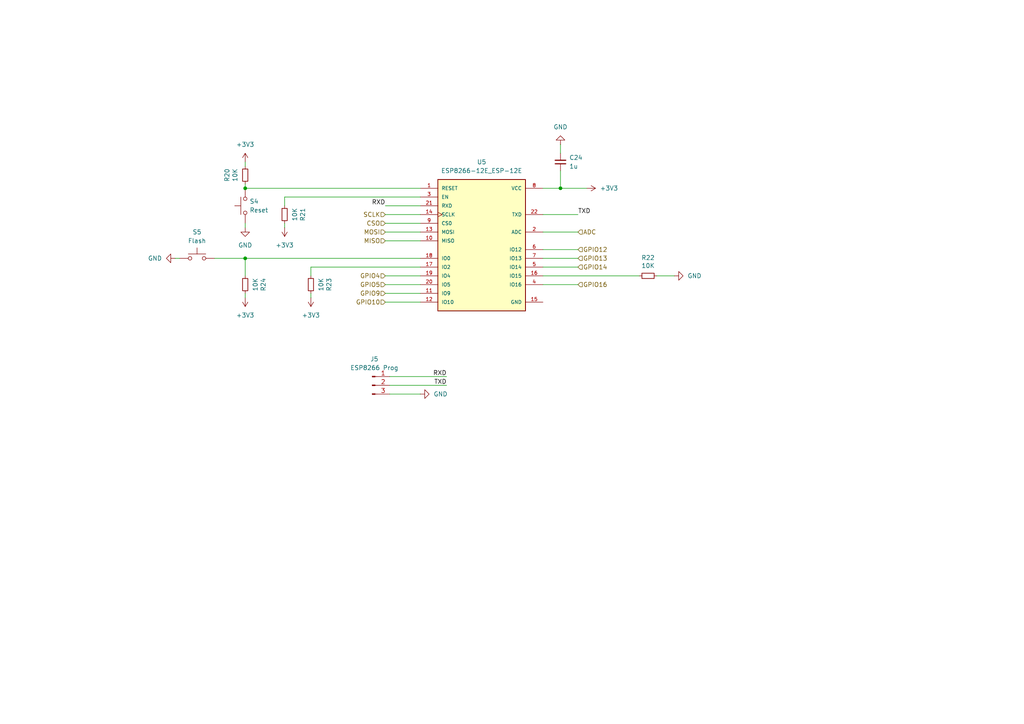
<source format=kicad_sch>
(kicad_sch (version 20250114) (generator "eeschema") (generator_version "9.0")
  (paper "A4")
  (title_block (title "MiniFRANK RM24") (date "2025-03-14") (rev "1.00") (company "Mikhail Matveev") (comment 1 "https://github.com/xtremespb/frank"))
  (lib_symbols
    (symbol "Connector:Conn_01x03_Pin" (pin_names (offset 1.016) (hide yes))
      (property "Reference" "J" (at 0 5.08 0))
      (property "Value" "Conn_01x03_Pin" (at 0 -5.08 0))
      (symbol "Conn_01x03_Pin_1_1"
        (rectangle (start 0.8636 2.667) (end 0 2.413) (stroke (width 0.1524)) (fill (type outline)))
        (rectangle (start 0.8636 0.127) (end 0 -0.127) (stroke (width 0.1524)) (fill (type outline)))
        (rectangle (start 0.8636 -2.413) (end 0 -2.667) (stroke (width 0.1524)) (fill (type outline)))
        (polyline (pts (xy 1.27 2.54) (xy 0.8636 2.54)) (stroke (width 0.1524)))
        (polyline (pts (xy 1.27 0) (xy 0.8636 0)) (stroke (width 0.1524)))
        (polyline (pts (xy 1.27 -2.54) (xy 0.8636 -2.54)) (stroke (width 0.1524)))
        (pin passive line (at 5.08 2.54 180) (length 3.81) (name "Pin_1") (number "1"))
        (pin passive line (at 5.08 0 180) (length 3.81) (name "Pin_2") (number "2"))
        (pin passive line (at 5.08 -2.54 180) (length 3.81) (name "Pin_3") (number "3"))
      )
    )
    (symbol "Device:C_Small" (pin_numbers (hide yes)) (pin_names (offset 0.254) (hide yes))
      (property "Reference" "C" (at 0.254 1.778 0))
      (property "Value" "C_Small" (at 0.254 -2.032 0))
      (symbol "C_Small_0_1"
        (polyline (pts (xy -1.524 0.508) (xy 1.524 0.508)) (stroke (width 0.3048)))
        (polyline (pts (xy -1.524 -0.508) (xy 1.524 -0.508)) (stroke (width 0.3302)))
      )
      (symbol "C_Small_1_1"
        (pin passive line (at 0 2.54 270) (length 2.032) (name "~") (number "1"))
        (pin passive line (at 0 -2.54 90) (length 2.032) (name "~") (number "2"))
      )
    )
    (symbol "Device:R_Small" (pin_numbers (hide yes)) (pin_names (offset 0.254) (hide yes))
      (property "Reference" "R" (at 0.762 0.508 0))
      (property "Value" "R_Small" (at 0.762 -1.016 0))
      (symbol "R_Small_0_1"
        (rectangle (start -0.762 1.778) (end 0.762 -1.778) (stroke (width 0.2032)))
      )
      (symbol "R_Small_1_1"
        (pin passive line (at 0 2.54 270) (length 0.762) (name "~") (number "1"))
        (pin passive line (at 0 -2.54 90) (length 0.762) (name "~") (number "2"))
      )
    )
    (symbol "ESP8266-12E_ESP-12E:ESP8266-12E_ESP-12E" (pin_names (offset 1.016))
      (property "Reference" "U" (at -12.7161 18.3112 0))
      (property "Value" "ESP8266-12E_ESP-12E" (at -12.7084 -23.3835 0))
      (symbol "ESP8266-12E_ESP-12E_0_0"
        (rectangle (start -12.7 -20.32) (end 12.7 17.78) (stroke (width 0.254)) (fill (type background)))
        (pin input line (at -17.78 15.24 0) (length 5.08) (name "RESET") (number "1"))
        (pin input line (at -17.78 12.7 0) (length 5.08) (name "EN") (number "3"))
        (pin input line (at -17.78 10.16 0) (length 5.08) (name "RXD") (number "21"))
        (pin input clock (at -17.78 7.62 0) (length 5.08) (name "SCLK") (number "14"))
        (pin input line (at -17.78 5.08 0) (length 5.08) (name "CS0") (number "9"))
        (pin bidirectional line (at -17.78 2.54 0) (length 5.08) (name "MOSI") (number "13"))
        (pin bidirectional line (at -17.78 0 0) (length 5.08) (name "MISO") (number "10"))
        (pin bidirectional line (at -17.78 -5.08 0) (length 5.08) (name "IO0") (number "18"))
        (pin bidirectional line (at -17.78 -7.62 0) (length 5.08) (name "IO2") (number "17"))
        (pin bidirectional line (at -17.78 -10.16 0) (length 5.08) (name "IO4") (number "19"))
        (pin bidirectional line (at -17.78 -12.7 0) (length 5.08) (name "IO5") (number "20"))
        (pin bidirectional line (at -17.78 -15.24 0) (length 5.08) (name "IO9") (number "11"))
        (pin bidirectional line (at -17.78 -17.78 0) (length 5.08) (name "IO10") (number "12"))
        (pin power_in line (at 17.78 15.24 180) (length 5.08) (name "VCC") (number "8"))
        (pin output line (at 17.78 7.62 180) (length 5.08) (name "TXD") (number "22"))
        (pin passive line (at 17.78 2.54 180) (length 5.08) (name "ADC") (number "2"))
        (pin bidirectional line (at 17.78 -2.54 180) (length 5.08) (name "IO12") (number "6"))
        (pin bidirectional line (at 17.78 -5.08 180) (length 5.08) (name "IO13") (number "7"))
        (pin bidirectional line (at 17.78 -7.62 180) (length 5.08) (name "IO14") (number "5"))
        (pin bidirectional line (at 17.78 -10.16 180) (length 5.08) (name "IO15") (number "16"))
        (pin bidirectional line (at 17.78 -12.7 180) (length 5.08) (name "IO16") (number "4"))
        (pin power_in line (at 17.78 -17.78 180) (length 5.08) (name "GND") (number "15"))
      )
    )
    (symbol "Switch:SW_Push" (pin_numbers (hide yes)) (pin_names (offset 1.016) (hide yes))
      (property "Reference" "SW" (at 1.27 2.54 0))
      (property "Value" "SW_Push" (at 0 -1.524 0))
      (symbol "SW_Push_0_1"
        (circle (center -2.032 0) (radius 0.508))
        (polyline (pts (xy 0 1.27) (xy 0 3.048)))
        (circle (center 2.032 0) (radius 0.508))
        (polyline (pts (xy 2.54 1.27) (xy -2.54 1.27)))
        (pin passive line (at -5.08 0 0) (length 2.54) (name "1") (number "1"))
        (pin passive line (at 5.08 0 180) (length 2.54) (name "2") (number "2"))
      )
    )
    (symbol "power:+3V3" (power) (pin_numbers (hide yes)) (pin_names (offset 0) (hide yes))
      (property "Value" "+3V3" (at 0 3.556 0))
      (symbol "+3V3_0_1"
        (polyline (pts (xy -0.762 1.27) (xy 0 2.54)))
        (polyline (pts (xy 0 2.54) (xy 0.762 1.27)))
        (polyline (pts (xy 0 0) (xy 0 2.54)))
      )
      (symbol "+3V3_1_1"
        (pin power_in line (at 0 0 90) (length 0) (name "~") (number "1"))
      )
    )
    (symbol "power:GND" (power) (pin_numbers (hide yes)) (pin_names (offset 0) (hide yes))
      (property "Value" "GND" (at 0 -3.81 0))
      (symbol "GND_0_1"
        (polyline (pts (xy 0 0) (xy 0 -1.27) (xy 1.27 -1.27) (xy 0 -2.54) (xy -1.27 -1.27) (xy 0 -1.27)))
      )
      (symbol "GND_1_1"
        (pin power_in line (at 0 0 270) (length 0) (name "~") (number "1"))
      )
    )
  )
  (junction (at 162.56 54.61))
  (junction (at 71.12 74.93))
  (junction (at 71.12 54.61))
  (wire (pts (xy 190.5 80.01) (xy 195.58 80.01)))
  (wire (pts (xy 111.76 85.09) (xy 121.92 85.09)))
  (wire (pts (xy 113.03 111.76) (xy 129.54 111.76)))
  (wire (pts (xy 71.12 66.04) (xy 71.12 64.77)))
  (wire (pts (xy 71.12 74.93) (xy 121.92 74.93)))
  (wire (pts (xy 167.64 72.39) (xy 157.48 72.39)))
  (wire (pts (xy 167.64 77.47) (xy 157.48 77.47)))
  (wire (pts (xy 71.12 46.99) (xy 71.12 48.26)))
  (wire (pts (xy 111.76 69.85) (xy 121.92 69.85)))
  (wire (pts (xy 90.17 80.01) (xy 90.17 77.47)))
  (wire (pts (xy 121.92 82.55) (xy 111.76 82.55)))
  (wire (pts (xy 111.76 64.77) (xy 121.92 64.77)))
  (wire (pts (xy 157.48 54.61) (xy 162.56 54.61)))
  (wire (pts (xy 71.12 54.61) (xy 121.92 54.61)))
  (wire (pts (xy 121.92 80.01) (xy 111.76 80.01)))
  (wire (pts (xy 157.48 62.23) (xy 167.64 62.23)))
  (wire (pts (xy 71.12 53.34) (xy 71.12 54.61)))
  (wire (pts (xy 162.56 41.91) (xy 162.56 44.45)))
  (wire (pts (xy 111.76 62.23) (xy 121.92 62.23)))
  (wire (pts (xy 82.55 64.77) (xy 82.55 66.04)))
  (wire (pts (xy 90.17 85.09) (xy 90.17 86.36)))
  (wire (pts (xy 162.56 54.61) (xy 170.18 54.61)))
  (wire (pts (xy 71.12 74.93) (xy 71.12 80.01)))
  (wire (pts (xy 82.55 57.15) (xy 82.55 59.69)))
  (wire (pts (xy 113.03 114.3) (xy 121.92 114.3)))
  (wire (pts (xy 71.12 86.36) (xy 71.12 85.09)))
  (wire (pts (xy 167.64 67.31) (xy 157.48 67.31)))
  (wire (pts (xy 162.56 49.53) (xy 162.56 54.61)))
  (wire (pts (xy 111.76 87.63) (xy 121.92 87.63)))
  (wire (pts (xy 90.17 77.47) (xy 121.92 77.47)))
  (wire (pts (xy 50.8 74.93) (xy 52.07 74.93)))
  (wire (pts (xy 167.64 74.93) (xy 157.48 74.93)))
  (wire (pts (xy 121.92 57.15) (xy 82.55 57.15)))
  (wire (pts (xy 62.23 74.93) (xy 71.12 74.93)))
  (wire (pts (xy 111.76 67.31) (xy 121.92 67.31)))
  (wire (pts (xy 113.03 109.22) (xy 129.54 109.22)))
  (wire (pts (xy 157.48 80.01) (xy 185.42 80.01)))
  (wire (pts (xy 167.64 82.55) (xy 157.48 82.55)))
  (wire (pts (xy 121.92 59.69) (xy 111.76 59.69)))
  (label "RXD" (at 111.76 59.69 180))
  (label "TXD" (at 129.54 111.76 180))
  (label "RXD" (at 129.54 109.22 180))
  (label "TXD" (at 167.64 62.23 0))
  (hierarchical_label "SCLK" (shape input) (at 111.76 62.23 180))
  (hierarchical_label "GPIO10" (shape input) (at 111.76 87.63 180))
  (hierarchical_label "GPIO4" (shape input) (at 111.76 80.01 180))
  (hierarchical_label "ADC" (shape input) (at 167.64 67.31 0))
  (hierarchical_label "MOSI" (shape input) (at 111.76 67.31 180))
  (hierarchical_label "GPIO16" (shape input) (at 167.64 82.55 0))
  (hierarchical_label "GPIO13" (shape input) (at 167.64 74.93 0))
  (hierarchical_label "MISO" (shape input) (at 111.76 69.85 180))
  (hierarchical_label "GPIO9" (shape input) (at 111.76 85.09 180))
  (hierarchical_label "GPIO5" (shape input) (at 111.76 82.55 180))
  (hierarchical_label "GPIO12" (shape input) (at 167.64 72.39 0))
  (hierarchical_label "GPIO14" (shape input) (at 167.64 77.47 0))
  (hierarchical_label "CSO" (shape input) (at 111.76 64.77 180))
  (symbol (lib_id "power:+3V3") (at 82.55 66.04 180) (unit 1)
    (property "Reference" "#PWR047" (effects (hide yes)))
    (property "Value" "+3V3" (at 82.55 71.12 0))
    (property "Description" "Power symbol creates a global label with name \"+3V3\"" (effects (hide yes)))
  )
  (symbol (lib_id "Device:R_Small") (at 71.12 50.8 0) (unit 1)
    (property "Reference" "R20" (at 65.8622 50.8 90))
    (property "Value" "10K" (at 68.1736 50.8 90))
    (property "Footprint" "FRANK:Resistor (0805)" (effects (hide yes)))
    (property "Description" "Resistor, small symbol" (effects (hide yes)))
    (property "AliExpress" "https://www.aliexpress.com/item/1005005945735199.html" (effects (hide yes)))
  )
  (symbol (lib_id "Connector:Conn_01x03_Pin") (at 107.95 111.76 0) (unit 1)
    (property "Reference" "J5" (at 108.585 104.14 0))
    (property "Value" "ESP8266 Prog" (at 108.585 106.68 0))
    (property "Footprint" "FRANK:Pin Header (1x03)" (effects (hide yes)))
    (property "Description" "Generic connector, single row, 01x03, script generated" (effects (hide yes)))
  )
  (symbol (lib_id "Device:R_Small") (at 82.55 62.23 180) (unit 1)
    (property "Reference" "R21" (at 87.8078 62.23 90))
    (property "Value" "10K" (at 85.4964 62.23 90))
    (property "Footprint" "FRANK:Resistor (0805)" (effects (hide yes)))
    (property "Description" "Resistor, small symbol" (effects (hide yes)))
    (property "AliExpress" "https://www.aliexpress.com/item/1005005945735199.html" (effects (hide yes)))
  )
  (symbol (lib_id "power:+3V3") (at 71.12 86.36 180) (unit 1)
    (property "Reference" "#PWR050" (effects (hide yes)))
    (property "Value" "+3V3" (at 71.12 91.44 0))
    (property "Description" "Power symbol creates a global label with name \"+3V3\"" (effects (hide yes)))
  )
  (symbol (lib_id "Device:R_Small") (at 71.12 82.55 180) (unit 1)
    (property "Reference" "R24" (at 76.3778 82.55 90))
    (property "Value" "10K" (at 74.0664 82.55 90))
    (property "Footprint" "FRANK:Resistor (0805)" (effects (hide yes)))
    (property "Description" "Resistor, small symbol" (effects (hide yes)))
    (property "AliExpress" "https://www.aliexpress.com/item/1005005945735199.html" (effects (hide yes)))
  )
  (symbol (lib_id "power:GND") (at 71.12 66.04 0) (unit 1)
    (property "Reference" "#PWR046" (effects (hide yes)))
    (property "Value" "GND" (at 71.12 71.12 0))
    (property "Description" "Power symbol creates a global label with name \"GND\" , ground" (effects (hide yes)))
  )
  (symbol (lib_id "power:GND") (at 162.56 41.91 180) (unit 1)
    (property "Reference" "#PWR044" (effects (hide yes)))
    (property "Value" "GND" (at 162.56 36.83 0))
    (property "Description" "Power symbol creates a global label with name \"GND\" , ground" (effects (hide yes)))
  )
  (symbol (lib_id "Device:C_Small") (at 162.56 46.99 180) (unit 1)
    (property "Reference" "C24" (at 165.1 45.7135 0) (effects (justify right)))
    (property "Value" "1u" (at 165.1 48.2535 0) (effects (justify right)))
    (property "Footprint" "FRANK:Capacitor (0805)" (effects (hide yes)))
    (property "Datasheet" "https://eu.mouser.com/datasheet/2/447/KEM_C1075_X7R_HT_SMD-3316221.pdf" (effects (hide yes)))
    (property "Description" "Unpolarized capacitor, small symbol" (effects (hide yes)))
    (property "AliExpress" "https://www.aliexpress.com/item/33008008276.html" (effects (hide yes)))
  )
  (symbol (lib_id "power:GND") (at 195.58 80.01 90) (unit 1)
    (property "Reference" "#PWR048" (effects (hide yes)))
    (property "Value" "GND" (at 199.39 80.0099 90) (effects (justify right)))
    (property "Description" "Power symbol creates a global label with name \"GND\" , ground" (effects (hide yes)))
  )
  (symbol (lib_id "Switch:SW_Push") (at 71.12 59.69 90) (unit 1)
    (property "Reference" "S4" (at 72.39 58.4199 90) (effects (justify right)))
    (property "Value" "Reset" (at 72.39 60.9599 90) (effects (justify right)))
    (property "Footprint" "FRANK:Button (SMD, 3x3mm, 1-1)" (effects (hide yes)))
    (property "Datasheet" "https://parts4laptops.eu/en/microbuttons/3300-microbutton-tact-switch-ts-1233-33x33x15mm-smt-mounting.html" (effects (hide yes)))
    (property "AliExpress" "https://www.aliexpress.com/item/1005007359248990.html" (effects (hide yes)))
  )
  (symbol (lib_id "Switch:SW_Push") (at 57.15 74.93 0) (unit 1)
    (property "Reference" "S5" (at 57.15 67.31 0))
    (property "Value" "Flash" (at 57.15 69.85 0))
    (property "Footprint" "FRANK:Button (SMD, 3x3mm, 1-1)" (effects (hide yes)))
    (property "Datasheet" "https://parts4laptops.eu/en/microbuttons/3300-microbutton-tact-switch-ts-1233-33x33x15mm-smt-mounting.html" (effects (hide yes)))
    (property "AliExpress" "https://www.aliexpress.com/item/1005007359248990.html" (effects (hide yes)))
  )
  (symbol (lib_id "power:+3V3") (at 90.17 86.36 180) (unit 1)
    (property "Reference" "#PWR049" (effects (hide yes)))
    (property "Value" "+3V3" (at 90.17 91.44 0))
    (property "Description" "Power symbol creates a global label with name \"+3V3\"" (effects (hide yes)))
  )
  (symbol (lib_id "Device:R_Small") (at 90.17 82.55 180) (unit 1)
    (property "Reference" "R23" (at 95.4278 82.55 90))
    (property "Value" "10K" (at 93.1164 82.55 90))
    (property "Footprint" "FRANK:Resistor (0805)" (effects (hide yes)))
    (property "Description" "Resistor, small symbol" (effects (hide yes)))
    (property "AliExpress" "https://www.aliexpress.com/item/1005005945735199.html" (effects (hide yes)))
  )
  (symbol (lib_id "power:GND") (at 50.8 74.93 270) (unit 1)
    (property "Reference" "#PWR051" (effects (hide yes)))
    (property "Value" "GND" (at 46.99 74.9299 90) (effects (justify right)))
    (property "Description" "Power symbol creates a global label with name \"GND\" , ground" (effects (hide yes)))
  )
  (symbol (lib_id "power:+3V3") (at 170.18 54.61 270) (unit 1)
    (property "Reference" "#PWR043" (effects (hide yes)))
    (property "Value" "+3V3" (at 173.99 54.6099 90) (effects (justify left)))
    (property "Description" "Power symbol creates a global label with name \"+3V3\"" (effects (hide yes)))
  )
  (symbol (lib_id "Device:R_Small") (at 187.96 80.01 270) (unit 1)
    (property "Reference" "R22" (at 187.96 74.7522 90))
    (property "Value" "10K" (at 187.96 77.0636 90))
    (property "Footprint" "FRANK:Resistor (0805)" (effects (hide yes)))
    (property "Description" "Resistor, small symbol" (effects (hide yes)))
    (property "AliExpress" "https://www.aliexpress.com/item/1005005945735199.html" (effects (hide yes)))
  )
  (symbol (lib_id "ESP8266-12E_ESP-12E:ESP8266-12E_ESP-12E") (at 139.7 69.85 0) (unit 1)
    (property "Reference" "U5" (at 139.7 46.99 0))
    (property "Value" "ESP8266-12E_ESP-12E" (at 139.7 49.53 0))
    (property "Footprint" "FRANK:ESP8266 ESP-12E" (effects (hide yes)))
    (property "MF" "AI-Thinker" (effects (hide yes)))
    (property "Description_1" "This WiFi module has a 32-bit MCU micro and clock speeds supporting 80 MHz or 160 MHz. Supports the RTOS and integrated Wi-Fi MAC/BB/RF/PA/LNA, and has an on-board antenna." (effects (hide yes)))
    (property "Package" "None" (effects (hide yes)))
    (property "Price" "None" (effects (hide yes)))
    (property "Check_prices" "https://www.snapeda.com/parts/ESP8266-12E/ESP-12E/AI-Thinker/view-part/?ref=eda" (effects (hide yes)))
    (property "SnapEDA_Link" "https://www.snapeda.com/parts/ESP8266-12E/ESP-12E/AI-Thinker/view-part/?ref=snap" (effects (hide yes)))
    (property "MP" "ESP8266-12E/ESP-12E" (effects (hide yes)))
    (property "Availability" "Not in stock" (effects (hide yes)))
    (property "MANUFACTURER" "AI-Thinker" (effects (hide yes)))
  )
  (symbol (lib_id "power:+3V3") (at 71.12 46.99 0) (unit 1)
    (property "Reference" "#PWR045" (effects (hide yes)))
    (property "Value" "+3V3" (at 71.12 41.91 0))
    (property "Description" "Power symbol creates a global label with name \"+3V3\"" (effects (hide yes)))
  )
  (symbol (lib_id "power:GND") (at 121.92 114.3 90) (unit 1)
    (property "Reference" "#PWR052" (effects (hide yes)))
    (property "Value" "GND" (at 125.73 114.2999 90) (effects (justify right)))
    (property "Description" "Power symbol creates a global label with name \"GND\" , ground" (effects (hide yes)))
  )
)
</source>
